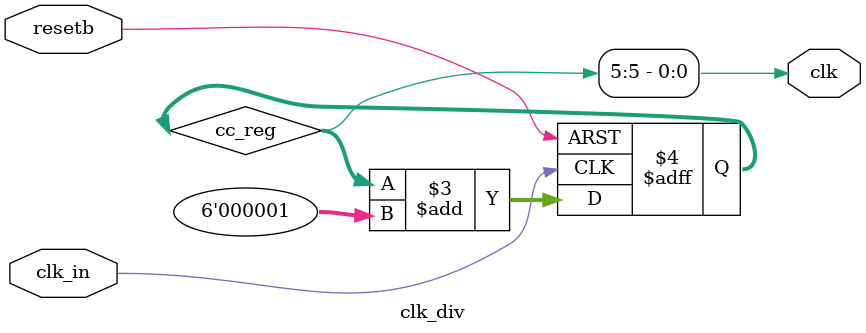
<source format=v>
module clk_div 
  #( parameter DIV = 5 )
  (  input clk_in, 
     input resetb,
     output clk ); 
   
   reg [5:0] cc_reg; 

   assign clk = cc_reg[DIV]; 
   
   always @(posedge clk_in , negedge resetb)
   begin
       if (!resetb)
         cc_reg <= 0;
       else
         cc_reg <= cc_reg + 6'h01;
   end
endmodule
</source>
